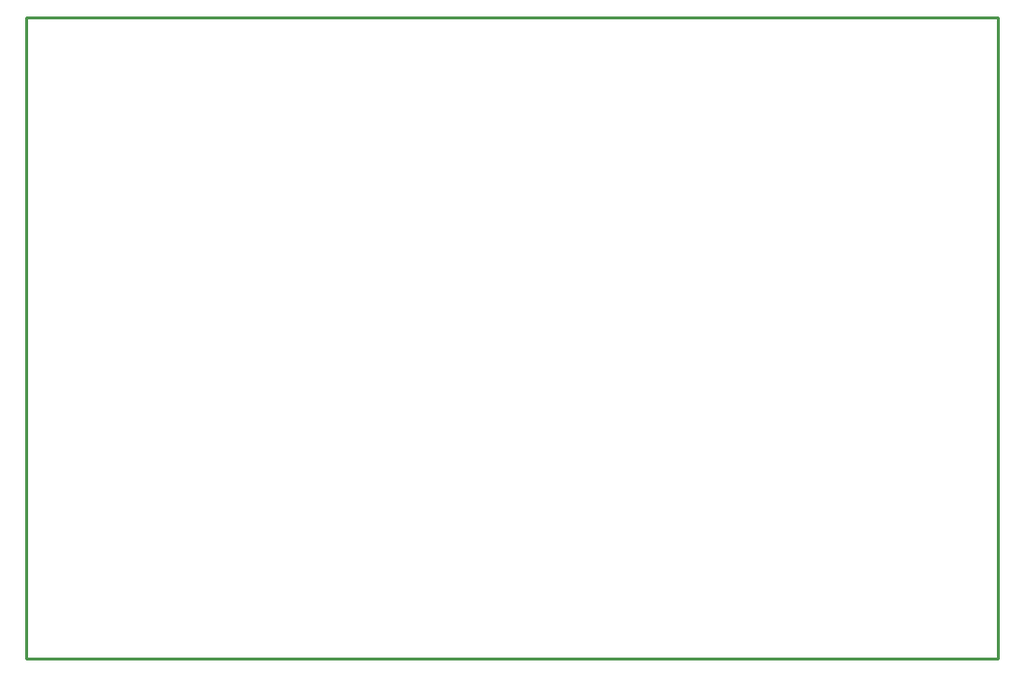
<source format=gko>
G04 Layer: BoardOutline*
G04 EasyEDA v6.4.25, 2021-11-13T19:12:50+01:00*
G04 31547cc466d84fccb4009b5d61a499b9,d3ae98efc0754b289f344a683f097ee4,10*
G04 Gerber Generator version 0.2*
G04 Scale: 100 percent, Rotated: No, Reflected: No *
G04 Dimensions in millimeters *
G04 leading zeros omitted , absolute positions ,4 integer and 5 decimal *
%FSLAX45Y45*%
%MOMM*%

%ADD10C,0.2540*%
D10*
X0Y5600700D02*
G01*
X8496300Y5600700D01*
X8496300Y0D01*
X0Y0D01*
X0Y5600700D01*

%LPD*%
M02*

</source>
